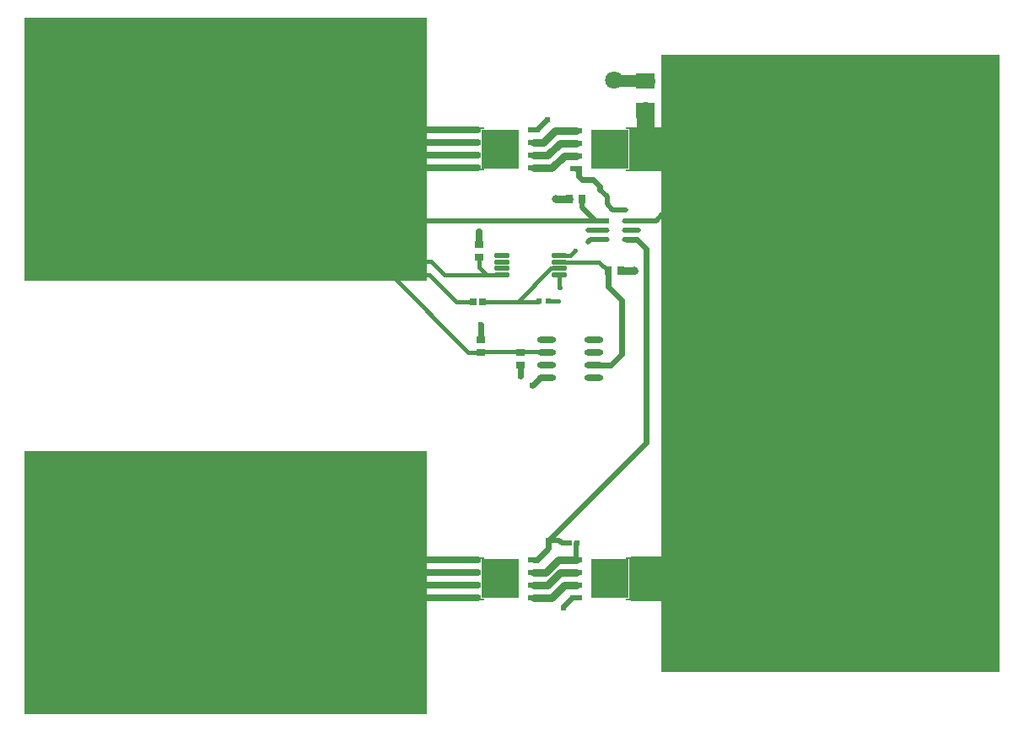
<source format=gtl>
G04*
G04 #@! TF.GenerationSoftware,Altium Limited,Altium Designer,24.9.1 (31)*
G04*
G04 Layer_Physical_Order=1*
G04 Layer_Color=255*
%FSLAX44Y44*%
%MOMM*%
G71*
G04*
G04 #@! TF.SameCoordinates,1B91A79F-B01D-42E7-BC63-43C39E7C3ECD*
G04*
G04*
G04 #@! TF.FilePolarity,Positive*
G04*
G01*
G75*
%ADD15R,1.2700X0.6100*%
%ADD16R,0.7100X0.6100*%
%ADD17R,3.8100X3.9100*%
%ADD18R,0.3200X0.2550*%
%ADD19R,1.8582X1.5055*%
%ADD20R,0.8121X0.7581*%
%ADD21R,0.7581X0.8121*%
%ADD22O,1.9000X0.6000*%
%ADD23R,0.5000X0.6000*%
%ADD24R,0.7596X0.7158*%
G04:AMPARAMS|DCode=25|XSize=1.5mm|YSize=0.45mm|CornerRadius=0.0495mm|HoleSize=0mm|Usage=FLASHONLY|Rotation=180.000|XOffset=0mm|YOffset=0mm|HoleType=Round|Shape=RoundedRectangle|*
%AMROUNDEDRECTD25*
21,1,1.5000,0.3510,0,0,180.0*
21,1,1.4010,0.4500,0,0,180.0*
1,1,0.0990,-0.7005,0.1755*
1,1,0.0990,0.7005,0.1755*
1,1,0.0990,0.7005,-0.1755*
1,1,0.0990,-0.7005,-0.1755*
%
%ADD25ROUNDEDRECTD25*%
G04:AMPARAMS|DCode=26|XSize=0.9397mm|YSize=0.4858mm|CornerRadius=0.2429mm|HoleSize=0mm|Usage=FLASHONLY|Rotation=0.000|XOffset=0mm|YOffset=0mm|HoleType=Round|Shape=RoundedRectangle|*
%AMROUNDEDRECTD26*
21,1,0.9397,0.0000,0,0,0.0*
21,1,0.4539,0.4858,0,0,0.0*
1,1,0.4858,0.2269,0.0000*
1,1,0.4858,-0.2269,0.0000*
1,1,0.4858,-0.2269,0.0000*
1,1,0.4858,0.2269,0.0000*
%
%ADD26ROUNDEDRECTD26*%
%ADD27R,0.9397X0.4858*%
%ADD28R,0.5500X0.5000*%
%AMCUSTOMSHAPE42*
4,1,4,-12.3952,28.1432,21.5646,28.1432,21.5646,-33.8328,-12.3952,-33.8328,-12.3952,28.1432,0.0*%
%ADD42CUSTOMSHAPE42*%

%AMCUSTOMSHAPE43*
4,1,4,-19.8120,13.1572,20.5740,13.1572,20.5740,-13.2588,-19.8374,-13.2588,-19.8120,13.1572,0.0*%
%ADD43CUSTOMSHAPE43*%

%ADD44C,0.4860*%
%ADD45C,0.6000*%
%ADD46C,0.7000*%
%ADD47C,0.8000*%
%ADD48C,0.5000*%
%ADD49C,0.6096*%
%ADD50C,0.4500*%
%ADD51C,1.2000*%
%ADD52C,1.8000*%
%ADD53C,0.4860*%
%ADD54C,0.6000*%
%ADD55C,0.7000*%
%ADD56C,0.6100*%
%ADD57C,0.8000*%
%ADD58C,1.8000*%
%ADD59C,0.4500*%
G36*
X929004Y525153D02*
X928109Y524252D01*
X897250D01*
Y529335D01*
X894763D01*
Y563365D01*
X897250D01*
Y568448D01*
X928737D01*
X929004Y525153D01*
D02*
G37*
G36*
Y956449D02*
X928109Y955548D01*
X894763D01*
Y999744D01*
X928737D01*
X929004Y956449D01*
D02*
G37*
D15*
X799338Y958850D02*
D03*
Y971550D02*
D03*
Y984250D02*
D03*
Y996950D02*
D03*
X842010Y996696D02*
D03*
Y983996D02*
D03*
Y971296D02*
D03*
Y958596D02*
D03*
Y565400D02*
D03*
Y552700D02*
D03*
Y540000D02*
D03*
Y527300D02*
D03*
X799340Y527304D02*
D03*
Y540004D02*
D03*
Y552704D02*
D03*
Y565404D02*
D03*
D16*
X743138Y996950D02*
D03*
Y984250D02*
D03*
Y971550D02*
D03*
Y958850D02*
D03*
X898210Y958596D02*
D03*
Y971296D02*
D03*
Y983996D02*
D03*
Y996696D02*
D03*
Y527300D02*
D03*
Y540000D02*
D03*
Y552700D02*
D03*
Y565400D02*
D03*
X743140Y565404D02*
D03*
Y552704D02*
D03*
Y540004D02*
D03*
Y527304D02*
D03*
D17*
X765738Y977900D02*
D03*
X875610Y977646D02*
D03*
Y546350D02*
D03*
X765740Y546354D02*
D03*
D18*
X748238Y957070D02*
D03*
Y998730D02*
D03*
X893110Y998476D02*
D03*
Y956816D02*
D03*
Y567180D02*
D03*
Y525520D02*
D03*
X748240Y525524D02*
D03*
Y567184D02*
D03*
D19*
X910844Y1046004D02*
D03*
Y1016476D02*
D03*
D20*
X745998Y786558D02*
D03*
Y774018D02*
D03*
X785622Y761064D02*
D03*
Y773604D02*
D03*
X744220Y882062D02*
D03*
Y869522D02*
D03*
D21*
X886380Y855472D02*
D03*
X873840D02*
D03*
X835232Y927862D02*
D03*
X847772D02*
D03*
D22*
X859414Y748538D02*
D03*
Y761238D02*
D03*
Y773938D02*
D03*
Y786638D02*
D03*
X812414Y748538D02*
D03*
Y761238D02*
D03*
Y773938D02*
D03*
Y786638D02*
D03*
D23*
X804244Y824992D02*
D03*
X814244D02*
D03*
D24*
X738696Y824484D02*
D03*
X748221D02*
D03*
D25*
X825290Y851564D02*
D03*
Y858064D02*
D03*
Y864564D02*
D03*
Y871064D02*
D03*
X767290D02*
D03*
Y864564D02*
D03*
Y858064D02*
D03*
Y851564D02*
D03*
D26*
X892535Y906120D02*
D03*
Y896620D02*
D03*
Y887120D02*
D03*
X870225D02*
D03*
Y896620D02*
D03*
D27*
Y906120D02*
D03*
D28*
X834958Y582168D02*
D03*
X842458D02*
D03*
D42*
X1051306Y791210D02*
D03*
D43*
X486410Y978408D02*
D03*
Y543560D02*
D03*
D44*
X903986Y896620D02*
X904240Y896366D01*
X892535Y896620D02*
X903986D01*
X853440Y884174D02*
X856386Y887120D01*
X870225D01*
X802638Y996950D02*
X812798Y1007110D01*
X813054D01*
X799338Y996950D02*
X802638D01*
X921868Y906120D02*
X928243Y912495D01*
X892535Y906120D02*
X921868D01*
X872996Y922530D02*
Y930068D01*
Y922530D02*
X878586Y916940D01*
X865886Y937178D02*
Y937514D01*
Y937178D02*
X872996Y930068D01*
X878586Y916940D02*
X891794D01*
X853694Y896620D02*
X870225D01*
X847772Y919279D02*
X860931Y906120D01*
X847772Y919279D02*
Y927862D01*
D45*
X797786Y740410D02*
X805914Y748538D01*
X797560Y740410D02*
X797786D01*
X814070Y584962D02*
X911860Y682752D01*
X902564Y887120D02*
X911860Y877824D01*
Y682752D02*
Y877824D01*
X892535Y887120D02*
X902564D01*
X799340Y565404D02*
X802640D01*
X814051Y576815D01*
Y584943D01*
X814070Y584962D01*
X785622Y750062D02*
Y761334D01*
X805914Y748538D02*
X812414D01*
X745998Y786558D02*
Y801878D01*
X887476Y771906D02*
Y826008D01*
X873760Y839724D02*
Y855392D01*
Y839724D02*
X887476Y826008D01*
X859414Y761238D02*
X876808D01*
X887476Y771906D01*
D46*
X744220Y882062D02*
Y894842D01*
X502666Y527304D02*
X743140D01*
X486410Y543560D02*
X502666Y527304D01*
X489966Y540004D02*
X743140D01*
X495554Y552704D02*
X743140D01*
X486410Y543560D02*
X495554Y552704D01*
X687952Y565404D02*
X743140D01*
X686308Y958850D02*
X743138D01*
X686308Y971550D02*
X743138D01*
X687324Y984250D02*
X743138D01*
X687324Y996950D02*
X743138D01*
D47*
X799338Y958850D02*
X817688D01*
X886380Y855472D02*
X899922D01*
X799340Y552704D02*
X810964D01*
X823660Y565400D01*
X830386Y540000D02*
X842010D01*
X817690Y527304D02*
X830386Y540000D01*
X823660Y565400D02*
X842010D01*
X813308Y540004D02*
X826004Y552700D01*
X799340Y540004D02*
X813308D01*
X826004Y552700D02*
X842010D01*
X799340Y527304D02*
X817690D01*
X808482Y984250D02*
X820928Y996696D01*
X799338Y984250D02*
X808482D01*
X820928Y996696D02*
X842010D01*
X825500Y983996D02*
X842010D01*
X813054Y971550D02*
X825500Y983996D01*
X799338Y971550D02*
X813054D01*
X817688Y958850D02*
X830134Y971296D01*
X842010D01*
X821690Y927862D02*
X835232D01*
D48*
X842234Y565624D02*
Y582168D01*
X829056Y517398D02*
Y517646D01*
X838710Y527300D01*
X842010D01*
Y565400D02*
X842234Y565624D01*
Y582168D02*
X842458D01*
X814070Y584962D02*
X814280Y584752D01*
X824578D02*
X827162Y582168D01*
X834958D01*
X814280Y584752D02*
X824578D01*
X563270Y906120D02*
X860931D01*
X870225D01*
D49*
X842010Y958596D02*
X844542D01*
X844545Y950991D02*
Y958594D01*
X848115Y947420D02*
X858774D01*
X865885Y937515D02*
Y940309D01*
X844545Y950991D02*
X848115Y947420D01*
X844542Y958596D02*
X844545Y958594D01*
X858774Y947420D02*
X865885Y940309D01*
Y937515D02*
X865886Y937514D01*
X687070Y997204D02*
X687324Y996950D01*
X686562Y985012D02*
X687324Y984250D01*
X685292Y972566D02*
X686308Y971550D01*
X685800Y959358D02*
X686308Y958850D01*
D50*
X773644Y774152D02*
X812200D01*
X733726Y774018D02*
X745998D01*
X656082Y851662D02*
X733726Y774018D01*
X746172Y774192D02*
X773256D01*
X745998Y774018D02*
X746172Y774192D01*
X773256D02*
X773430Y774366D01*
X773644Y774152D01*
X812200D02*
X812414Y773938D01*
X656082Y851662D02*
X694436D01*
X617728D02*
X656082D01*
X825290Y839016D02*
Y851564D01*
Y839016D02*
X825500Y838805D01*
Y838708D02*
Y838805D01*
X783082Y824738D02*
X803994D01*
X816408Y858064D02*
X825290D01*
X783082Y824738D02*
X816408Y858064D01*
X748475Y824738D02*
X783082D01*
X825290Y864564D02*
X865018D01*
X873840Y855742D01*
Y855472D02*
Y855742D01*
X873760Y855392D02*
X873840Y855472D01*
X814244Y824992D02*
X823976D01*
X744220Y859438D02*
Y869522D01*
Y859438D02*
X752094Y851564D01*
X767290D01*
X709689D02*
X752094D01*
X696383Y864870D02*
X709689Y851564D01*
X604520Y864870D02*
X696383D01*
X563270Y906120D02*
X604520Y864870D01*
X490982Y978408D02*
X563270Y906120D01*
X604520Y864870D02*
X617728Y851662D01*
X483870Y978408D02*
X490982D01*
X694436Y851662D02*
X721614Y824484D01*
X738696D01*
X803994Y824738D02*
X804244Y824988D01*
X748221Y824484D02*
X748475Y824738D01*
X804244Y824988D02*
Y824992D01*
X825290Y871064D02*
X836012D01*
X840645Y875697D01*
D51*
X884682Y1046480D02*
X885174Y1045988D01*
X880348Y1046496D02*
X910352D01*
X915178Y1045988D02*
X915670Y1045496D01*
D52*
X910844Y998728D02*
Y1016476D01*
D53*
X904240Y896366D02*
D03*
X853440Y884174D02*
D03*
X891794Y916940D02*
D03*
X825500Y838708D02*
D03*
X853694Y896620D02*
D03*
D54*
X797560Y740410D02*
D03*
X785622Y750062D02*
D03*
X745998Y801878D02*
D03*
D55*
X744220Y894842D02*
D03*
D56*
X813054Y1007110D02*
D03*
X829056Y517398D02*
D03*
X814070Y584962D02*
D03*
X865886Y937514D02*
D03*
D57*
X899922Y855472D02*
D03*
X821690Y927862D02*
D03*
D58*
X879856Y1046988D02*
D03*
D59*
X823976Y824992D02*
D03*
X840645Y875697D02*
D03*
M02*

</source>
